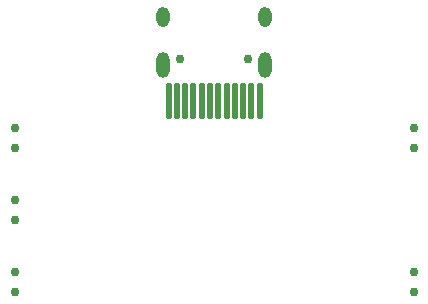
<source format=gbs>
G04*
G04 #@! TF.GenerationSoftware,Altium Limited,Altium Designer,19.1.5 (86)*
G04*
G04 Layer_Color=16711935*
%FSLAX25Y25*%
%MOIN*%
G70*
G01*
G75*
%ADD68O,0.04337X0.06699*%
%ADD69O,0.04337X0.08668*%
%ADD70C,0.02959*%
G04:AMPARAMS|DCode=83|XSize=19.75mil|YSize=122.11mil|CornerRadius=5.94mil|HoleSize=0mil|Usage=FLASHONLY|Rotation=180.000|XOffset=0mil|YOffset=0mil|HoleType=Round|Shape=RoundedRectangle|*
%AMROUNDEDRECTD83*
21,1,0.01975,0.11024,0,0,180.0*
21,1,0.00787,0.12211,0,0,180.0*
1,1,0.01187,-0.00394,0.05512*
1,1,0.01187,0.00394,0.05512*
1,1,0.01187,0.00394,-0.05512*
1,1,0.01187,-0.00394,-0.05512*
%
%ADD83ROUNDEDRECTD83*%
D68*
X-17028Y64264D02*
D03*
X17028D02*
D03*
D69*
Y48516D02*
D03*
X-17028D02*
D03*
D70*
X-11378Y50484D02*
D03*
X11378D02*
D03*
X-66500Y20653D02*
D03*
Y27347D02*
D03*
Y-27347D02*
D03*
Y-20653D02*
D03*
Y-3347D02*
D03*
Y3347D02*
D03*
X66500Y-20653D02*
D03*
Y-27347D02*
D03*
Y27347D02*
D03*
Y20653D02*
D03*
D83*
X-12399Y36457D02*
D03*
X15160D02*
D03*
X6892D02*
D03*
X-1376D02*
D03*
X-9643D02*
D03*
X9648D02*
D03*
X12404D02*
D03*
X1380D02*
D03*
X4136D02*
D03*
X-4132D02*
D03*
X-6887D02*
D03*
X-15155D02*
D03*
M02*

</source>
